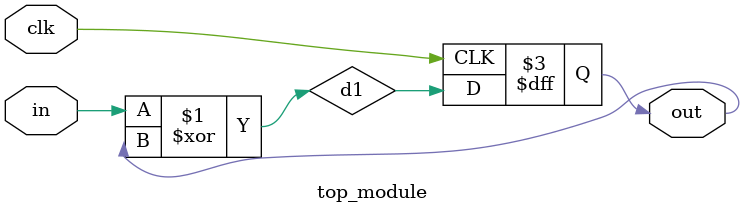
<source format=v>
module top_module (
    input clk,
    input in, 
    output out);
    
    wire d1;
    
    assign d1= in^out;
    
    always@(posedge clk)
       begin
           out<=d1;
       end
endmodule

</source>
